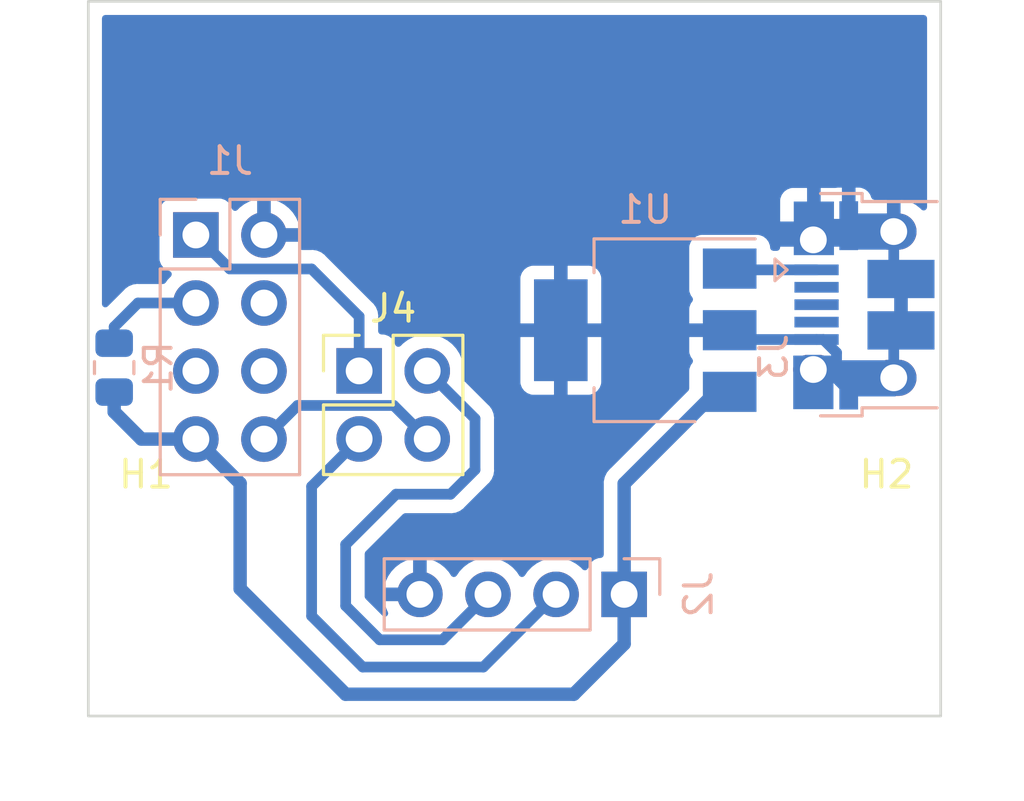
<source format=kicad_pcb>
(kicad_pcb (version 20211014) (generator pcbnew)
  (layers (0 "F.Cu" signal) (31 "B.Cu" signal) (34 "B.Paste" user) (35 "F.Paste" user) (36 "B.SilkS" user "B.Silkscreen") (37 "F.SilkS" user "F.Silkscreen") (38 "B.Mask" user) (39 "F.Mask" user) (44 "Edge.Cuts" user))
  (net 0 "")
  (net 1 "ESP_TX")
  (net 2 "GND")
  (net 3 "CH_PD")
  (net 7 "+3.3V")
  (net 8 "ESP_RX")
  (net 9 "+5V")
  (net 13 "MAX_RX")
  (net 14 "MAX_TX")
  (footprint "MountingHole:MountingHole_2.7mm_M2.5" (layer "F.Cu") (at 129.775 97.6)
    (fp_text reference "H2" (at 0 -3.7) (layer "F.SilkS"))
    (fp_text value "MountingHole")
    (pad "" np_thru_hole circle (at 0 0) (size 2.7 2.7) (drill 2.7) (layers *.Cu *.Mask))
  )
  (footprint "MountingHole:MountingHole_2.7mm_M2.5" (layer "F.Cu") (at 102.15 97.6)
    (fp_text reference "H1" (at 0 -3.7) (layer "F.SilkS"))
    (fp_text value "MountingHole")
    (pad "" np_thru_hole circle (at 0 0) (size 2.7 2.7) (drill 2.7) (layers *.Cu *.Mask))
  )
  (footprint "Connector_PinHeader_2.54mm:PinHeader_2x02_P2.54mm_Vertical" (layer "F.Cu") (at 110.104 90.038)
    (fp_text reference "J4" (at 1.27 -2.33) (layer "F.SilkS"))
    (fp_text value "Conn_02x02_Odd_Even")
    (fp_line (start -1.33 -1.33) (end 0 -1.33) (layer "F.SilkS") (width 0.12))
    (fp_line (start -1.33 0) (end -1.33 -1.33) (layer "F.SilkS") (width 0.12))
    (fp_line (start -1.33 1.27) (end 1.27 1.27) (layer "F.SilkS") (width 0.12))
    (fp_line (start 3.87 -1.33) (end 3.87 3.87) (layer "F.SilkS") (width 0.12))
    (fp_line (start -1.33 1.27) (end -1.33 3.87) (layer "F.SilkS") (width 0.12))
    (fp_line (start 1.27 1.27) (end 1.27 -1.33) (layer "F.SilkS") (width 0.12))
    (fp_line (start -1.33 3.87) (end 3.87 3.87) (layer "F.SilkS") (width 0.12))
    (fp_line (start 1.27 -1.33) (end 3.87 -1.33) (layer "F.SilkS") (width 0.12))
    (pad "1" thru_hole rect (at 0 0) (size 1.7 1.7) (drill 1) (layers *.Cu *.Mask) (net 1 "ESP_TX"))
    (pad "2" thru_hole oval (at 2.54 0) (size 1.7 1.7) (drill 1) (layers *.Cu *.Mask) (net 14 "MAX_TX"))
    (pad "3" thru_hole oval (at 0 2.54) (size 1.7 1.7) (drill 1) (layers *.Cu *.Mask) (net 13 "MAX_RX"))
    (pad "4" thru_hole oval (at 2.54 2.54) (size 1.7 1.7) (drill 1) (layers *.Cu *.Mask) (net 8 "ESP_RX"))
  )
  (footprint "Package_TO_SOT_SMD:SOT-223-3_TabPin2" (layer "B.Cu") (at 120.777 88.519 180)
    (fp_text reference "U1" (at 0 4.5) (layer "B.SilkS") (effects (justify mirror)))
    (fp_text value "KA78M05_TO252")
    (fp_line (start -1.85 -3.41) (end 1.91 -3.41) (layer "B.SilkS") (width 0.12))
    (fp_line (start 1.91 3.41) (end 1.91 2.15) (layer "B.SilkS") (width 0.12))
    (fp_line (start -4.1 3.41) (end 1.91 3.41) (layer "B.SilkS") (width 0.12))
    (fp_line (start 1.91 -3.41) (end 1.91 -2.15) (layer "B.SilkS") (width 0.12))
    (pad "1" smd rect (at -3.15 2.3 180) (size 2 1.5) (layers "B.Cu" "B.Paste" "B.Mask") (net 9 "+5V"))
    (pad "2" smd rect (at 3.15 0 180) (size 2 3.8) (layers "B.Cu" "B.Paste" "B.Mask") (net 2 "GND"))
    (pad "2" smd rect (at -3.15 0 180) (size 2 1.5) (layers "B.Cu" "B.Paste" "B.Mask") (net 2 "GND"))
    (pad "3" smd rect (at -3.15 -2.3 180) (size 2 1.5) (layers "B.Cu" "B.Paste" "B.Mask") (net 7 "+3.3V"))
  )
  (footprint "Resistor_SMD:R_0805_2012Metric" (layer "B.Cu") (at 100.965 89.916 90)
    (fp_text reference "R1" (at 0 1.65 90) (layer "B.SilkS") (effects (justify mirror)))
    (fp_text value "10k")
    (fp_line (start -0.227064 0.735) (end 0.227064 0.735) (layer "B.SilkS") (width 0.12))
    (fp_line (start -0.227064 -0.735) (end 0.227064 -0.735) (layer "B.SilkS") (width 0.12))
    (pad "1" smd roundrect (at -0.9125 0 90) (size 1.025 1.4) (layers "B.Cu" "B.Paste" "B.Mask") (roundrect_rratio 0.243902439) (net 7 "+3.3V"))
    (pad "2" smd roundrect (at 0.9125 0 90) (size 1.025 1.4) (layers "B.Cu" "B.Paste" "B.Mask") (roundrect_rratio 0.243902439) (net 3 "CH_PD"))
  )
  (footprint "Connector_PinSocket_2.54mm:PinSocket_2x04_P2.54mm_Vertical" (layer "B.Cu") (at 104.013 84.963 180)
    (fp_text reference "J1" (at -1.27 2.77) (layer "B.SilkS") (effects (justify mirror)))
    (fp_text value "Conn_02x04_Odd_Even")
    (fp_line (start -3.87 1.33) (end -3.87 -8.95) (layer "B.SilkS") (width 0.12))
    (fp_line (start 0 1.33) (end 1.33 1.33) (layer "B.SilkS") (width 0.12))
    (fp_line (start 1.33 1.33) (end 1.33 0) (layer "B.SilkS") (width 0.12))
    (fp_line (start -3.87 -8.95) (end 1.33 -8.95) (layer "B.SilkS") (width 0.12))
    (fp_line (start -1.27 1.33) (end -1.27 -1.27) (layer "B.SilkS") (width 0.12))
    (fp_line (start 1.33 -1.27) (end 1.33 -8.95) (layer "B.SilkS") (width 0.12))
    (fp_line (start -3.87 1.33) (end -1.27 1.33) (layer "B.SilkS") (width 0.12))
    (fp_line (start -1.27 -1.27) (end 1.33 -1.27) (layer "B.SilkS") (width 0.12))
    (pad "1" thru_hole rect (at 0 0 180) (size 1.7 1.7) (drill 1) (layers *.Cu *.Mask) (net 1 "ESP_TX"))
    (pad "2" thru_hole oval (at -2.54 0 180) (size 1.7 1.7) (drill 1) (layers *.Cu *.Mask) (net 2 "GND"))
    (pad "3" thru_hole oval (at 0 -2.54 180) (size 1.7 1.7) (drill 1) (layers *.Cu *.Mask) (net 3 "CH_PD"))
    (pad "4" thru_hole oval (at -2.54 -2.54 180) (size 1.7 1.7) (drill 1) (layers *.Cu *.Mask))
    (pad "5" thru_hole oval (at 0 -5.08 180) (size 1.7 1.7) (drill 1) (layers *.Cu *.Mask))
    (pad "6" thru_hole oval (at -2.54 -5.08 180) (size 1.7 1.7) (drill 1) (layers *.Cu *.Mask))
    (pad "7" thru_hole oval (at 0 -7.62 180) (size 1.7 1.7) (drill 1) (layers *.Cu *.Mask) (net 7 "+3.3V"))
    (pad "8" thru_hole oval (at -2.54 -7.62 180) (size 1.7 1.7) (drill 1) (layers *.Cu *.Mask) (net 8 "ESP_RX"))
  )
  (footprint "footprints:USB_Micro-B_Amphenol_circularnpth" (layer "B.Cu") (at 128.933 87.591 -90)
    (fp_text reference "J3" (at 1.925 3.365 90) (layer "B.SilkS") (effects (justify mirror)))
    (fp_text value "USB_B_Micro")
    (fp_line (start -1.325 2.865) (end -1.725 3.315) (layer "B.SilkS") (width 0.12))
    (fp_line (start 4.125 0.065) (end 4.125 1.615) (layer "B.SilkS") (width 0.12))
    (fp_line (start 3.825 0.065) (end 4.125 0.065) (layer "B.SilkS") (width 0.12))
    (fp_line (start -1.725 3.315) (end -0.925 3.315) (layer "B.SilkS") (width 0.12))
    (fp_line (start -3.875 -2.735) (end -3.875 0.065) (layer "B.SilkS") (width 0.12))
    (fp_line (start 3.825 -2.735) (end 3.825 0.065) (layer "B.SilkS") (width 0.12))
    (fp_line (start -0.925 3.315) (end -1.325 2.865) (layer "B.SilkS") (width 0.12))
    (fp_line (start -4.175 0.065) (end -4.175 1.615) (layer "B.SilkS") (width 0.12))
    (fp_line (start -4.175 0.065) (end -3.875 0.065) (layer "B.SilkS") (width 0.12))
    (pad "1" smd rect (at -1.325 1.765 180) (size 1.65 0.4) (layers "B.Cu" "B.Paste" "B.Mask") (net 9 "+5V"))
    (pad "2" smd rect (at -0.675 1.765 180) (size 1.65 0.4) (layers "B.Cu" "B.Paste" "B.Mask"))
    (pad "3" smd rect (at -0.025 1.765 180) (size 1.65 0.4) (layers "B.Cu" "B.Paste" "B.Mask"))
    (pad "4" smd rect (at 0.625 1.765 180) (size 1.65 0.4) (layers "B.Cu" "B.Paste" "B.Mask"))
    (pad "5" smd rect (at 1.275 1.765 180) (size 1.65 0.4) (layers "B.Cu" "B.Paste" "B.Mask") (net 2 "GND"))
    (pad "6" smd rect (at -2.975 0.565 270) (size 1.825 0.7) (layers "B.Cu" "B.Paste" "B.Mask") (net 2 "GND"))
    (pad "6" smd rect (at -2.875 1.865 270) (size 2 1.5) (layers "B.Cu" "B.Paste" "B.Mask") (net 2 "GND"))
    (pad "6" smd rect (at 2.875 1.885 270) (size 2 1.5) (layers "B.Cu" "B.Paste" "B.Mask") (net 2 "GND"))
    (pad "6" smd rect (at 0.935 -1.385 180) (size 2.5 1.43) (layers "B.Cu" "B.Paste" "B.Mask") (net 2 "GND"))
    (pad "6" thru_hole oval (at 2.705 -1.115 180) (size 1.7 1.35) (drill 1) (layers *.Cu *.Mask) (net 2 "GND"))
    (pad "6" smd rect (at -0.985 -1.385 180) (size 2.5 1.43) (layers "B.Cu" "B.Paste" "B.Mask") (net 2 "GND"))
    (pad "6" smd rect (at 2.975 0.565 270) (size 1.825 0.7) (layers "B.Cu" "B.Paste" "B.Mask") (net 2 "GND"))
    (pad "6" thru_hole oval (at -2.755 -1.115 180) (size 1.7 1.35) (drill 1) (layers *.Cu *.Mask) (net 2 "GND"))
    (pad "6" smd rect (at -2.755 -0.185 270) (size 1.35 2) (layers "B.Cu" "B.Paste" "B.Mask") (net 2 "GND"))
    (pad "6" thru_hole oval (at 2.395 1.885 180) (size 1.5 1.1) (drill 1) (layers *.Cu *.Mask) (net 2 "GND"))
    (pad "6" thru_hole oval (at -2.445 1.885 180) (size 1.5 1.1) (drill 1) (layers *.Cu *.Mask) (net 2 "GND"))
    (pad "6" smd rect (at 2.725 -0.185 270) (size 1.35 2) (layers "B.Cu" "B.Paste" "B.Mask") (net 2 "GND"))
  )
  (footprint "Connector_PinSocket_2.54mm:PinSocket_1x04_P2.54mm_Vertical" (layer "B.Cu") (at 119.99 98.38 90)
    (fp_text reference "J2" (at 0 2.77 90) (layer "B.SilkS") (effects (justify mirror)))
    (fp_text value "Conn_01x04_Female")
    (fp_line (start 1.33 1.33) (end 1.33 0) (layer "B.SilkS") (width 0.12))
    (fp_line (start -1.33 -8.95) (end 1.33 -8.95) (layer "B.SilkS") (width 0.12))
    (fp_line (start -1.33 -1.27) (end 1.33 -1.27) (layer "B.SilkS") (width 0.12))
    (fp_line (start 0 1.33) (end 1.33 1.33) (layer "B.SilkS") (width 0.12))
    (fp_line (start -1.33 -1.27) (end -1.33 -8.95) (layer "B.SilkS") (width 0.12))
    (fp_line (start 1.33 -1.27) (end 1.33 -8.95) (layer "B.SilkS") (width 0.12))
    (pad "1" thru_hole rect (at 0 0 90) (size 1.7 1.7) (drill 1) (layers *.Cu *.Mask) (net 7 "+3.3V"))
    (pad "2" thru_hole oval (at 0 -2.54 90) (size 1.7 1.7) (drill 1) (layers *.Cu *.Mask) (net 13 "MAX_RX"))
    (pad "3" thru_hole oval (at 0 -5.08 90) (size 1.7 1.7) (drill 1) (layers *.Cu *.Mask) (net 14 "MAX_TX"))
    (pad "4" thru_hole oval (at 0 -7.62 90) (size 1.7 1.7) (drill 1) (layers *.Cu *.Mask) (net 2 "GND"))
  )
  (gr_rect (start 100 76.242) (end 131.8 102.921) (layer "Edge.Cuts") (width 0.1) (fill none))
  (segment (start 108.331 86.233) (end 105.283 86.233) (width 0.4) (layer "B.Cu") (net 1))
  (segment (start 110.104 90.038) (end 110.104 88.006) (width 0.4) (layer "B.Cu") (net 1))
  (segment (start 110.104 88.006) (end 108.331 86.233) (width 0.4) (layer "B.Cu") (net 1))
  (segment (start 105.283 86.233) (end 104.013 84.963) (width 0.4) (layer "B.Cu") (net 1))
  (segment (start 127.4232 88.866) (end 127.9144 89.3572) (width 0.4) (layer "B.Cu") (net 2))
  (segment (start 128.118 90.316) (end 129.118 90.316) (width 0.4) (layer "B.Cu") (net 2))
  (segment (start 127.168 88.866) (end 127.4232 88.866) (width 0.4) (layer "B.Cu") (net 2))
  (segment (start 127.358 90.296) (end 127.048 89.986) (width 0.4) (layer "B.Cu") (net 2))
  (segment (start 130.048 90.296) (end 130.048 88.796) (width 0.4) (layer "B.Cu") (net 2))
  (segment (start 130.048 84.836) (end 130.048 86.336) (width 0.4) (layer "B.Cu") (net 2))
  (segment (start 130.048 88.796) (end 130.318 88.526) (width 0.4) (layer "B.Cu") (net 2))
  (segment (start 127.9144 89.3572) (end 127.9144 90.3224) (width 0.4) (layer "B.Cu") (net 2))
  (segment (start 127.168 88.866) (end 124.274 88.866) (width 0.4) (layer "B.Cu") (net 2))
  (segment (start 130.048 86.336) (end 130.318 86.606) (width 0.4) (layer "B.Cu") (net 2))
  (segment (start 127.9144 90.3224) (end 128.158 90.566) (width 0.4) (layer "B.Cu") (net 2))
  (segment (start 128.158 90.566) (end 128.368 90.566) (width 0.4) (layer "B.Cu") (net 2))
  (segment (start 124.274 88.866) (end 123.927 88.519) (width 0.4) (layer "B.Cu") (net 2))
  (segment (start 101.854 87.503) (end 100.965 88.392) (width 0.4) (layer "B.Cu") (net 3))
  (segment (start 104.013 87.503) (end 101.854 87.503) (width 0.4) (layer "B.Cu") (net 3))
  (segment (start 100.965 88.392) (end 100.965 89.0035) (width 0.4) (layer "B.Cu") (net 3))
  (segment (start 119.99 94.248) (end 123.419 90.819) (width 0.5) (layer "B.Cu") (net 7))
  (segment (start 100.965 91.567) (end 100.965 90.8285) (width 0.5) (layer "B.Cu") (net 7))
  (segment (start 118.11 102.108) (end 109.601 102.108) (width 0.5) (layer "B.Cu") (net 7))
  (segment (start 119.99 98.38) (end 119.99 94.248) (width 0.5) (layer "B.Cu") (net 7))
  (segment (start 119.99 98.38) (end 119.99 100.228) (width 0.5) (layer "B.Cu") (net 7))
  (segment (start 119.99 100.228) (end 118.11 102.108) (width 0.5) (layer "B.Cu") (net 7))
  (segment (start 101.981 92.583) (end 100.965 91.567) (width 0.5) (layer "B.Cu") (net 7))
  (segment (start 104.013 92.583) (end 101.981 92.583) (width 0.5) (layer "B.Cu") (net 7))
  (segment (start 105.664 98.171) (end 105.664 94.234) (width 0.5) (layer "B.Cu") (net 7))
  (segment (start 109.601 102.108) (end 105.664 98.171) (width 0.5) (layer "B.Cu") (net 7))
  (segment (start 123.419 90.819) (end 123.927 90.819) (width 0.5) (layer "B.Cu") (net 7))
  (segment (start 105.664 94.234) (end 104.013 92.583) (width 0.5) (layer "B.Cu") (net 7))
  (segment (start 107.808 91.328) (end 111.394 91.328) (width 0.4) (layer "B.Cu") (net 8))
  (segment (start 111.394 91.328) (end 112.644 92.578) (width 0.4) (layer "B.Cu") (net 8))
  (segment (start 106.553 92.583) (end 107.808 91.328) (width 0.4) (layer "B.Cu") (net 8))
  (segment (start 123.974 86.266) (end 123.927 86.219) (width 0.4) (layer "B.Cu") (net 9))
  (segment (start 127.168 86.266) (end 123.974 86.266) (width 0.4) (layer "B.Cu") (net 9))
  (segment (start 117.45 98.38) (end 114.738 101.092) (width 0.4) (layer "B.Cu") (net 13))
  (segment (start 108.331 99.187) (end 108.331 94.351) (width 0.4) (layer "B.Cu") (net 13))
  (segment (start 110.236 101.092) (end 108.331 99.187) (width 0.4) (layer "B.Cu") (net 13))
  (segment (start 108.331 94.351) (end 110.104 92.578) (width 0.4) (layer "B.Cu") (net 13))
  (segment (start 114.738 101.092) (end 110.236 101.092) (width 0.4) (layer "B.Cu") (net 13))
  (segment (start 111.4806 94.6404) (end 113.5126 94.6404) (width 0.4) (layer "B.Cu") (net 14))
  (segment (start 110.871 100.076) (end 109.601 98.806) (width 0.4) (layer "B.Cu") (net 14))
  (segment (start 114.427 93.726) (end 114.427 91.821) (width 0.4) (layer "B.Cu") (net 14))
  (segment (start 114.427 91.821) (end 112.644 90.038) (width 0.4) (layer "B.Cu") (net 14))
  (segment (start 109.601 98.806) (end 109.601 96.52) (width 0.4) (layer "B.Cu") (net 14))
  (segment (start 113.214 100.076) (end 110.871 100.076) (width 0.4) (layer "B.Cu") (net 14))
  (segment (start 109.601 96.52) (end 111.4806 94.6404) (width 0.4) (layer "B.Cu") (net 14))
  (segment (start 113.5126 94.6404) (end 114.427 93.726) (width 0.4) (layer "B.Cu") (net 14))
  (segment (start 114.91 98.38) (end 113.214 100.076) (width 0.4) (layer "B.Cu") (net 14))
  (zone (net 0) (net_name "") (layer "B.Cu") (connect_pads (clearance 0)) (min_thickness 0.254)
    (keepout (tracks allowed) (vias allowed) (pads allowed) (copperpour not_allowed) (footprints allowed))
    (fill (thermal_gap 0.508) (thermal_bridge_width 0.508))
    (polygon (pts (xy 126.3396 88.646) (xy 124.9172 88.646) (xy 124.9172 86.6648) (xy 126.3396 86.6648)))
  )
  (zone (net 0) (net_name "") (layer "B.Cu") (name "No THT") (connect_pads (clearance 0)) (min_thickness 0.254)
    (keepout (tracks allowed) (vias allowed) (pads not_allowed) (copperpour not_allowed) (footprints not_allowed))
    (fill (thermal_gap 0.508) (thermal_bridge_width 0.508))
    (polygon (pts (xy 132.3848 89.1032) (xy 131.7752 102.9208) (xy 118.11 102.8192) (xy 120.0404 100.1268) (xy 120.002539 93.940619) (xy 125.222 88.8492)))
  )
  (zone (net 2) (net_name "GND") (layer "B.Cu") (connect_pads (clearance 0.508)) (min_thickness 0.254) (fill yes (thermal_gap 0.508) (thermal_bridge_width 0.508))
    (polygon (pts (xy 131.826 102.87) (xy 99.949 102.87) (xy 99.949 76.2) (xy 131.826 76.2)))
  )
)
</source>
